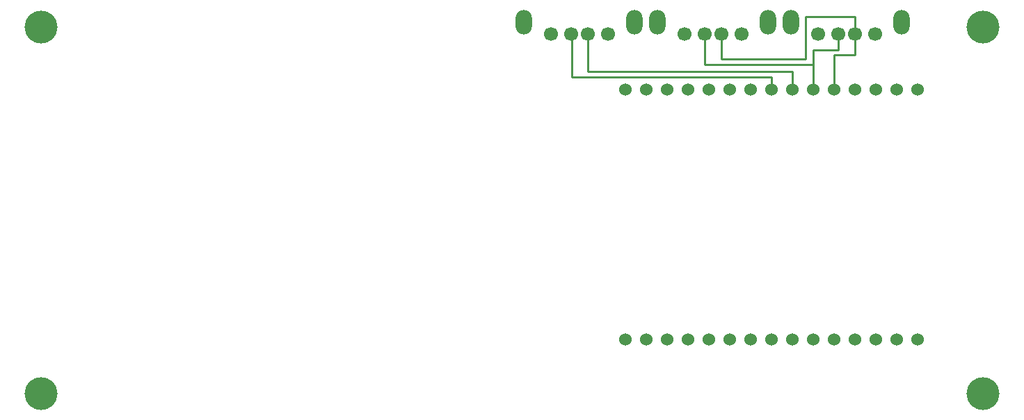
<source format=gtl>
G04 Layer: TopLayer*
G04 EasyEDA v6.5.22, 2023-02-04 20:07:11*
G04 918ed048709340b69971ac0d1e5c2f20,4bb84c5f6c124816bf94f4484d05adb3,10*
G04 Gerber Generator version 0.2*
G04 Scale: 100 percent, Rotated: No, Reflected: No *
G04 Dimensions in millimeters *
G04 leading zeros omitted , absolute positions ,4 integer and 5 decimal *
%FSLAX45Y45*%
%MOMM*%

%ADD10C,0.2540*%
%ADD11O,1.9999959999999999X2.999994*%
%ADD12C,1.7000*%
%ADD13C,4.0000*%
%ADD14C,1.5240*%

%LPD*%
D10*
X9855200Y7772400D02*
G01*
X9855200Y7924800D01*
X7429500Y7924800D01*
X7429500Y8440585D01*
X7420889Y8449195D01*
X10109200Y7772400D02*
G01*
X10109200Y7988300D01*
X7620000Y7988300D01*
X7621015Y8449310D01*
X9246615Y8449310D02*
G01*
X9246615Y8140700D01*
X10274300Y8140700D01*
X10274300Y8661400D01*
X10871200Y8661400D01*
X10872215Y8449310D01*
X9046489Y8449195D02*
G01*
X9046489Y8077200D01*
X10363200Y8077200D01*
X10872088Y8449195D02*
G01*
X10872088Y8191500D01*
X10617200Y8191500D01*
X10617200Y7772400D01*
X10672089Y8449195D02*
G01*
X10672089Y8255000D01*
X10363200Y8255000D01*
X10363200Y7772400D01*
D11*
G01*
X6843395Y8594191D03*
G01*
X8193404Y8594191D03*
D12*
G01*
X7870901Y8449183D03*
G01*
X7620888Y8449183D03*
G01*
X7420889Y8449183D03*
G01*
X7170877Y8449183D03*
D11*
G01*
X10094595Y8594191D03*
G01*
X11444604Y8594191D03*
D12*
G01*
X11122101Y8449183D03*
G01*
X10872088Y8449183D03*
G01*
X10672089Y8449183D03*
G01*
X10422077Y8449183D03*
D11*
G01*
X8468995Y8594191D03*
G01*
X9819004Y8594191D03*
D12*
G01*
X9496501Y8449183D03*
G01*
X9246488Y8449183D03*
G01*
X9046489Y8449183D03*
G01*
X8796477Y8449183D03*
D13*
G01*
X965200Y8534400D03*
G01*
X12433300Y8534400D03*
G01*
X12433300Y4064000D03*
G01*
X965200Y4064000D03*
D14*
G01*
X11633200Y4724400D03*
G01*
X11633200Y7772400D03*
G01*
X11379200Y7772400D03*
G01*
X11125200Y7772400D03*
G01*
X10871200Y7772400D03*
G01*
X10363200Y7772400D03*
G01*
X10109200Y7772400D03*
G01*
X9855200Y7772400D03*
G01*
X9601200Y7772400D03*
G01*
X9347200Y7772400D03*
G01*
X9093200Y7772400D03*
G01*
X8839200Y7772400D03*
G01*
X11379200Y4724400D03*
G01*
X11125200Y4724400D03*
G01*
X10871200Y4724400D03*
G01*
X10617200Y4724400D03*
G01*
X10363200Y4724400D03*
G01*
X10109200Y4724400D03*
G01*
X9855200Y4724400D03*
G01*
X9601200Y4724400D03*
G01*
X9347200Y4724400D03*
G01*
X9093200Y4724400D03*
G01*
X8839200Y4724400D03*
G01*
X8585200Y7772400D03*
G01*
X8331200Y7772400D03*
G01*
X8585200Y4724400D03*
G01*
X8331200Y4724400D03*
G01*
X8077200Y7772400D03*
G01*
X8077200Y4724400D03*
G01*
X10617200Y7772400D03*
M02*

</source>
